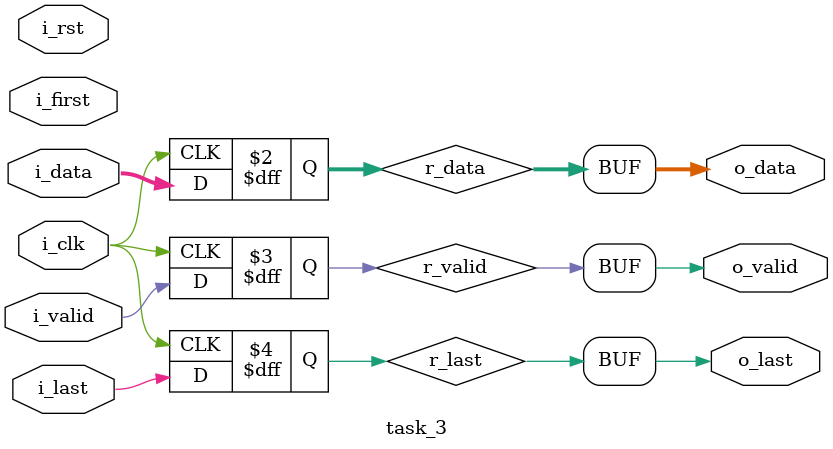
<source format=sv>
`timescale 1ns / 1ps
module task_3 #(
    parameter int TASK_INPUT_WIDTH  = 8,
    parameter int TASK_OUTPUT_WIDTH = 8,
    parameter int INPUT_STREAMS     = 1,
    parameter int OUTPUT_STREAMS    = 1

) (
    input i_clk,
    input i_rst,

    input [TASK_INPUT_WIDTH-1:0] i_data,
    input i_valid,
    input i_first,
    input i_last,

    output [TASK_OUTPUT_WIDTH-1:0] o_data,
    output o_valid,
    output o_last
);

  logic [TASK_OUTPUT_WIDTH-1:0] r_data; // Just a dummy register. Replace with your code.
  logic r_valid; // Just a dummy register. Replace with your code.
  logic r_last; // Just a dummy register. Replace with your code.

  always@(posedge i_clk) begin
    r_data <= i_data; // Just a dummy assignement. Replace with your code.
    r_valid <= i_valid; // Just a dummy assignement. Replace with your code.
    r_last <= i_last; // Just a dummy assignement. Replace with your code.
  end

  assign o_data = r_data; // Just a dummy assignement. Replace with your code.
  assign o_valid = r_valid; // Just a dummy assignement. Replace with your code.
  assign o_last = r_last; // Just a dummy assignement. Replace with your code.

endmodule

</source>
